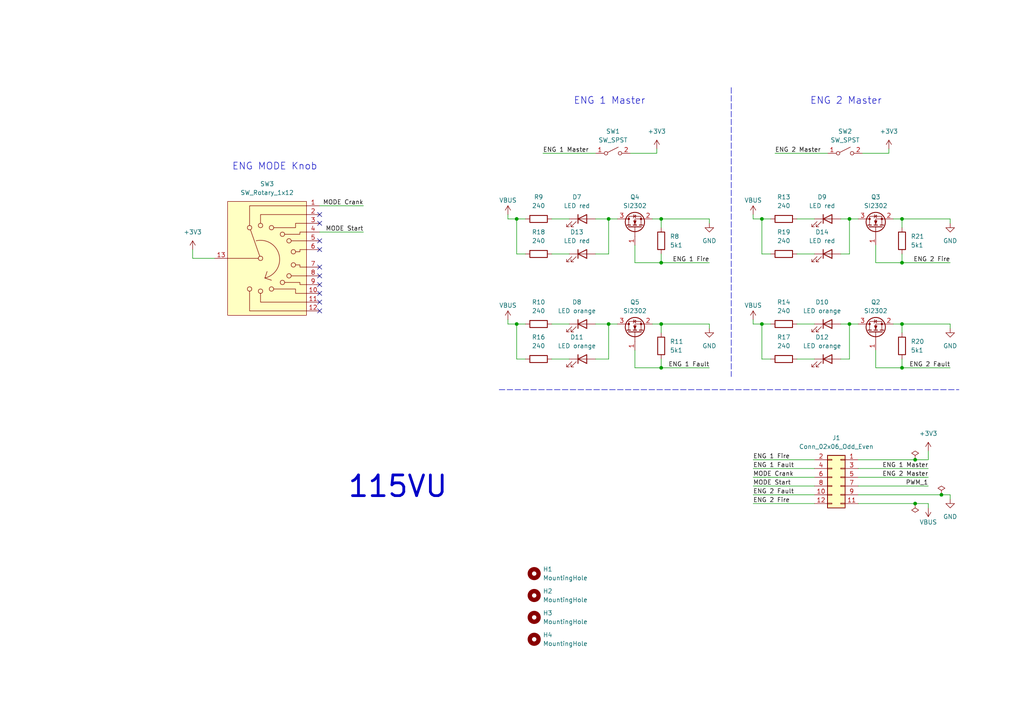
<source format=kicad_sch>
(kicad_sch (version 20231120) (generator "eeschema") (generator_version "8.0")
  (paper "A4")
  (title_block (rev "0.2"))
  (lib_symbols
    (symbol "Connector_Generic:Conn_02x06_Odd_Even" (pin_names (offset 1.016) hide)
      (property "Reference" "J" (at 1.27 7.62 0))
      (property "Value" "Conn_02x06_Odd_Even" (at 1.27 -10.16 0))
      (symbol "Conn_02x06_Odd_Even_1_1"
        (rectangle (start -1.27 -7.493) (end 0 -7.747) (stroke (width 0.1524)))
        (rectangle (start -1.27 -4.953) (end 0 -5.207) (stroke (width 0.1524)))
        (rectangle (start -1.27 -2.413) (end 0 -2.667) (stroke (width 0.1524)))
        (rectangle (start -1.27 0.127) (end 0 -0.127) (stroke (width 0.1524)))
        (rectangle (start -1.27 2.667) (end 0 2.413) (stroke (width 0.1524)))
        (rectangle (start -1.27 5.207) (end 0 4.953) (stroke (width 0.1524)))
        (rectangle (start -1.27 6.35) (end 3.81 -8.89) (stroke (width 0.254)) (fill (type background)))
        (rectangle (start 3.81 -7.493) (end 2.54 -7.747) (stroke (width 0.1524)))
        (rectangle (start 3.81 -4.953) (end 2.54 -5.207) (stroke (width 0.1524)))
        (rectangle (start 3.81 -2.413) (end 2.54 -2.667) (stroke (width 0.1524)))
        (rectangle (start 3.81 0.127) (end 2.54 -0.127) (stroke (width 0.1524)))
        (rectangle (start 3.81 2.667) (end 2.54 2.413) (stroke (width 0.1524)))
        (rectangle (start 3.81 5.207) (end 2.54 4.953) (stroke (width 0.1524)))
        (pin passive line (at -5.08 5.08 0) (length 3.81) (name "Pin_1") (number "1"))
        (pin passive line (at 7.62 -5.08 180) (length 3.81) (name "Pin_10") (number "10"))
        (pin passive line (at -5.08 -7.62 0) (length 3.81) (name "Pin_11") (number "11"))
        (pin passive line (at 7.62 -7.62 180) (length 3.81) (name "Pin_12") (number "12"))
        (pin passive line (at 7.62 5.08 180) (length 3.81) (name "Pin_2") (number "2"))
        (pin passive line (at -5.08 2.54 0) (length 3.81) (name "Pin_3") (number "3"))
        (pin passive line (at 7.62 2.54 180) (length 3.81) (name "Pin_4") (number "4"))
        (pin passive line (at -5.08 0 0) (length 3.81) (name "Pin_5") (number "5"))
        (pin passive line (at 7.62 0 180) (length 3.81) (name "Pin_6") (number "6"))
        (pin passive line (at -5.08 -2.54 0) (length 3.81) (name "Pin_7") (number "7"))
        (pin passive line (at 7.62 -2.54 180) (length 3.81) (name "Pin_8") (number "8"))
        (pin passive line (at -5.08 -5.08 0) (length 3.81) (name "Pin_9") (number "9"))
      )
    )
    (symbol "Device:LED" (pin_numbers hide) (pin_names (offset 1.016) hide)
      (property "Reference" "D" (at 0 2.54 0))
      (property "Value" "LED" (at 0 -2.54 0))
      (symbol "LED_0_1"
        (polyline (pts (xy -1.27 -1.27) (xy -1.27 1.27)) (stroke (width 0.254)))
        (polyline (pts (xy -1.27 0) (xy 1.27 0)))
        (polyline (pts (xy 1.27 -1.27) (xy 1.27 1.27) (xy -1.27 0) (xy 1.27 -1.27)) (stroke (width 0.254)))
        (polyline (pts (xy -3.048 -0.762) (xy -4.572 -2.286) (xy -3.81 -2.286) (xy -4.572 -2.286) (xy -4.572 -1.524)))
        (polyline (pts (xy -1.778 -0.762) (xy -3.302 -2.286) (xy -2.54 -2.286) (xy -3.302 -2.286) (xy -3.302 -1.524)))
      )
      (symbol "LED_1_1"
        (pin passive line (at -3.81 0 0) (length 2.54) (name "K") (number "1"))
        (pin passive line (at 3.81 0 180) (length 2.54) (name "A") (number "2"))
      )
    )
    (symbol "Device:R" (pin_numbers hide) (pin_names (offset 0))
      (property "Reference" "R" (at 2.032 0 90))
      (property "Value" "R" (at 0 0 90))
      (symbol "R_0_1"
        (rectangle (start -1.016 -2.54) (end 1.016 2.54) (stroke (width 0.254)))
      )
      (symbol "R_1_1"
        (pin passive line (at 0 3.81 270) (length 1.27) (name "~") (number "1"))
        (pin passive line (at 0 -3.81 90) (length 1.27) (name "~") (number "2"))
      )
    )
    (symbol "Mechanical:MountingHole" (pin_names (offset 1.016))
      (property "Reference" "H" (at 0 5.08 0))
      (property "Value" "MountingHole" (at 0 3.175 0))
      (symbol "MountingHole_0_1"
        (circle (center 0 0) (radius 1.27) (stroke (width 1.27)))
      )
    )
    (symbol "Switch:SW_Rotary_1x12" (pin_names (offset 1.016) hide)
      (property "Reference" "SW" (at 0 17.78 0))
      (property "Value" "SW_Rotary_1x12" (at 0 -17.78 0))
      (symbol "SW_Rotary_1x12_0_0"
        (circle (center -5.08 -8.89) (radius 0.635))
        (circle (center -5.08 8.89) (radius 0.635))
        (circle (center -1.905 -9.525) (radius 0.635))
        (circle (center -1.905 0) (radius 0.635))
        (circle (center -1.905 9.525) (radius 0.635))
        (arc (start -0.635 -5.715) (mid 3.4777 0.949) (end -3.175 5.08))
        (polyline (pts (xy -2.1336 0.6096) (xy -4.826 8.2804)))
        (polyline (pts (xy -0.635 -5.715) (xy 0 -3.81)))
        (polyline (pts (xy -0.635 -5.715) (xy 1.27 -6.35)))
        (polyline (pts (xy 6.985 -5.08) (xy 11.43 -5.08)))
        (polyline (pts (xy 6.985 5.08) (xy 11.43 5.08)))
        (polyline (pts (xy -5.08 -9.525) (xy -5.08 -15.24) (xy 11.43 -15.24)))
        (polyline (pts (xy -5.08 9.525) (xy -5.08 15.24) (xy 11.43 15.24)))
        (polyline (pts (xy -1.905 -10.16) (xy -1.905 -12.7) (xy 11.43 -12.7)))
        (polyline (pts (xy -1.905 10.16) (xy -1.905 12.7) (xy 11.43 12.7)))
        (polyline (pts (xy 1.905 -8.89) (xy 8.255 -8.89) (xy 8.255 -10.16) (xy 11.43 -10.16)))
        (polyline (pts (xy 1.905 8.89) (xy 8.255 8.89) (xy 8.255 10.16) (xy 11.43 10.16)))
        (polyline (pts (xy 5.08 -6.985) (xy 9.525 -6.985) (xy 9.525 -7.62) (xy 11.43 -7.62)))
        (polyline (pts (xy 5.08 6.985) (xy 9.525 6.985) (xy 9.525 7.62) (xy 11.43 7.62)))
        (polyline (pts (xy 8.255 -1.905) (xy 9.525 -1.905) (xy 9.525 -2.54) (xy 11.43 -2.54)))
        (polyline (pts (xy 8.255 1.905) (xy 9.525 1.905) (xy 9.525 2.54) (xy 11.43 2.54)))
        (circle (center 1.27 -8.89) (radius 0.635))
        (circle (center 1.27 8.89) (radius 0.635))
        (circle (center 4.445 -6.985) (radius 0.635))
        (circle (center 4.445 6.985) (radius 0.635))
        (circle (center 6.35 -5.08) (radius 0.635))
        (circle (center 6.35 5.08) (radius 0.635))
        (circle (center 7.62 -1.905) (radius 0.635))
        (circle (center 7.62 1.905) (radius 0.635))
      )
      (symbol "SW_Rotary_1x12_1_1"
        (rectangle (start -11.43 16.51) (end 11.43 -16.51) (fill (type background)))
        (polyline (pts (xy -11.43 0) (xy -2.54 0)))
        (pin passive line (at 15.24 15.24 180) (length 3.81) (name "1") (number "1"))
        (pin passive line (at 15.24 -10.16 180) (length 3.81) (name "10") (number "10"))
        (pin passive line (at 15.24 -12.7 180) (length 3.81) (name "11") (number "11"))
        (pin passive line (at 15.24 -15.24 180) (length 3.81) (name "12") (number "12"))
        (pin passive line (at -15.24 0 0) (length 3.81) (name "13") (number "13"))
        (pin passive line (at 15.24 12.7 180) (length 3.81) (name "2") (number "2"))
        (pin passive line (at 15.24 10.16 180) (length 3.81) (name "3") (number "3"))
        (pin passive line (at 15.24 7.62 180) (length 3.81) (name "4") (number "4"))
        (pin passive line (at 15.24 5.08 180) (length 3.81) (name "5") (number "5"))
        (pin passive line (at 15.24 2.54 180) (length 3.81) (name "6") (number "6"))
        (pin passive line (at 15.24 -2.54 180) (length 3.81) (name "7") (number "7"))
        (pin passive line (at 15.24 -5.08 180) (length 3.81) (name "8") (number "8"))
        (pin passive line (at 15.24 -7.62 180) (length 3.81) (name "9") (number "9"))
      )
    )
    (symbol "Switch:SW_SPST" (pin_names (offset 0) hide)
      (property "Reference" "SW" (at 0 3.175 0))
      (property "Value" "SW_SPST" (at 0 -2.54 0))
      (symbol "SW_SPST_0_0"
        (circle (center -2.032 0) (radius 0.508))
        (polyline (pts (xy -1.524 0.254) (xy 1.524 1.778)))
        (circle (center 2.032 0) (radius 0.508))
      )
      (symbol "SW_SPST_1_1"
        (pin passive line (at -5.08 0 0) (length 2.54) (name "A") (number "1"))
        (pin passive line (at 5.08 0 180) (length 2.54) (name "B") (number "2"))
      )
    )
    (symbol "Transistor_FET:2N7002K" (pin_names hide)
      (property "Reference" "Q" (at 5.08 1.905 0))
      (property "Value" "2N7002K" (at 5.08 0 0))
      (symbol "2N7002K_0_1"
        (polyline (pts (xy 0.254 0) (xy -2.54 0)))
        (polyline (pts (xy 0.254 1.905) (xy 0.254 -1.905)) (stroke (width 0.254)))
        (polyline (pts (xy 0.762 -1.27) (xy 0.762 -2.286)) (stroke (width 0.254)))
        (polyline (pts (xy 0.762 0.508) (xy 0.762 -0.508)) (stroke (width 0.254)))
        (polyline (pts (xy 0.762 2.286) (xy 0.762 1.27)) (stroke (width 0.254)))
        (polyline (pts (xy 2.54 2.54) (xy 2.54 1.778)))
        (polyline (pts (xy 2.54 -2.54) (xy 2.54 0) (xy 0.762 0)))
        (polyline (pts (xy 0.762 -1.778) (xy 3.302 -1.778) (xy 3.302 1.778) (xy 0.762 1.778)))
        (polyline (pts (xy 1.016 0) (xy 2.032 0.381) (xy 2.032 -0.381) (xy 1.016 0)) (fill (type outline)))
        (polyline (pts (xy 2.794 0.508) (xy 2.921 0.381) (xy 3.683 0.381) (xy 3.81 0.254)))
        (polyline (pts (xy 3.302 0.381) (xy 2.921 -0.254) (xy 3.683 -0.254) (xy 3.302 0.381)))
        (circle (center 1.651 0) (radius 2.794) (stroke (width 0.254)))
        (circle (center 2.54 -1.778) (radius 0.254) (fill (type outline)))
        (circle (center 2.54 1.778) (radius 0.254) (fill (type outline)))
      )
      (symbol "2N7002K_1_1"
        (pin input line (at -5.08 0 0) (length 2.54) (name "G") (number "1"))
        (pin passive line (at 2.54 -5.08 90) (length 2.54) (name "S") (number "2"))
        (pin passive line (at 2.54 5.08 270) (length 2.54) (name "D") (number "3"))
      )
    )
    (symbol "power:+3V3" (power) (pin_names (offset 0))
      (property "Value" "+3V3" (at 0 3.556 0))
      (symbol "+3V3_0_1"
        (polyline (pts (xy -0.762 1.27) (xy 0 2.54)))
        (polyline (pts (xy 0 0) (xy 0 2.54)))
        (polyline (pts (xy 0 2.54) (xy 0.762 1.27)))
      )
      (symbol "+3V3_1_1"
        (pin power_in line (at 0 0 90) (length 0) hide (name "+3V3") (number "1"))
      )
    )
    (symbol "power:GND" (power) (pin_names (offset 0))
      (property "Value" "GND" (at 0 -3.81 0))
      (symbol "GND_0_1"
        (polyline (pts (xy 0 0) (xy 0 -1.27) (xy 1.27 -1.27) (xy 0 -2.54) (xy -1.27 -1.27) (xy 0 -1.27)))
      )
      (symbol "GND_1_1"
        (pin power_in line (at 0 0 270) (length 0) hide (name "GND") (number "1"))
      )
    )
    (symbol "power:PWR_FLAG" (power) (pin_numbers hide) (pin_names (offset 0) hide)
      (property "Value" "PWR_FLAG" (at 0 3.81 0))
      (symbol "PWR_FLAG_0_0"
        (pin power_out line (at 0 0 90) (length 0) (name "pwr") (number "1"))
      )
      (symbol "PWR_FLAG_0_1"
        (polyline (pts (xy 0 0) (xy 0 1.27) (xy -1.016 1.905) (xy 0 2.54) (xy 1.016 1.905) (xy 0 1.27)))
      )
    )
    (symbol "power:VBUS" (power) (pin_names (offset 0))
      (property "Value" "VBUS" (at 0 3.81 0))
      (symbol "VBUS_0_1"
        (polyline (pts (xy -0.762 1.27) (xy 0 2.54)))
        (polyline (pts (xy 0 0) (xy 0 2.54)))
        (polyline (pts (xy 0 2.54) (xy 0.762 1.27)))
      )
      (symbol "VBUS_1_1"
        (pin power_in line (at 0 0 90) (length 0) hide (name "VBUS") (number "1"))
      )
    )
  )
  (junction (at 261.62 93.98))
  (junction (at 176.53 93.98))
  (junction (at 149.86 63.5))
  (junction (at 191.77 76.2))
  (junction (at 191.77 106.68))
  (junction (at 261.62 63.5))
  (junction (at 220.98 63.5))
  (junction (at 220.98 93.98))
  (junction (at 261.62 76.2))
  (junction (at 261.62 106.68))
  (junction (at 191.77 63.5))
  (junction (at 246.38 93.98))
  (junction (at 265.43 146.05))
  (junction (at 265.43 133.35))
  (junction (at 273.05 143.51))
  (junction (at 246.38 63.5))
  (junction (at 176.53 63.5))
  (junction (at 191.77 93.98))
  (junction (at 149.86 93.98))
  (no_connect (at 92.71 72.39))
  (no_connect (at 92.71 80.01))
  (no_connect (at 92.71 77.47))
  (no_connect (at 92.71 85.09))
  (no_connect (at 92.71 90.17))
  (no_connect (at 92.71 64.77))
  (no_connect (at 92.71 62.23))
  (no_connect (at 92.71 69.85))
  (no_connect (at 92.71 82.55))
  (no_connect (at 92.71 87.63))
  (wire (pts (xy 243.84 104.14) (xy 246.38 104.14)))
  (wire (pts (xy 275.59 93.98) (xy 261.62 93.98)))
  (wire (pts (xy 160.02 104.14) (xy 165.1 104.14)))
  (wire (pts (xy 160.02 93.98) (xy 165.1 93.98)))
  (wire (pts (xy 218.44 93.98) (xy 220.98 93.98)))
  (wire (pts (xy 218.44 140.97) (xy 236.22 140.97)))
  (wire (pts (xy 147.32 62.23) (xy 147.32 63.5)))
  (wire (pts (xy 205.74 93.98) (xy 191.77 93.98)))
  (wire (pts (xy 259.08 63.5) (xy 261.62 63.5)))
  (wire (pts (xy 191.77 76.2) (xy 205.74 76.2)))
  (wire (pts (xy 184.15 71.12) (xy 184.15 76.2)))
  (wire (pts (xy 220.98 93.98) (xy 220.98 104.14)))
  (wire (pts (xy 261.62 76.2) (xy 275.59 76.2)))
  (wire (pts (xy 248.92 143.51) (xy 273.05 143.51)))
  (wire (pts (xy 147.32 93.98) (xy 149.86 93.98)))
  (wire (pts (xy 218.44 146.05) (xy 236.22 146.05)))
  (wire (pts (xy 149.86 63.5) (xy 152.4 63.5)))
  (wire (pts (xy 184.15 101.6) (xy 184.15 106.68)))
  (wire (pts (xy 248.92 140.97) (xy 269.24 140.97)))
  (wire (pts (xy 149.86 93.98) (xy 152.4 93.98)))
  (wire (pts (xy 176.53 93.98) (xy 179.07 93.98)))
  (wire (pts (xy 205.74 64.77) (xy 205.74 63.5)))
  (wire (pts (xy 189.23 93.98) (xy 191.77 93.98)))
  (wire (pts (xy 92.71 59.69) (xy 105.41 59.69)))
  (wire (pts (xy 246.38 63.5) (xy 248.92 63.5)))
  (wire (pts (xy 265.43 146.05) (xy 269.24 146.05)))
  (wire (pts (xy 172.72 104.14) (xy 176.53 104.14)))
  (wire (pts (xy 218.44 62.23) (xy 218.44 63.5)))
  (wire (pts (xy 248.92 133.35) (xy 265.43 133.35)))
  (polyline (pts (xy 144.78 113.03) (xy 278.13 113.03)) (stroke (width 0) (type dash)))
  (wire (pts (xy 55.88 72.39) (xy 55.88 74.93)))
  (wire (pts (xy 205.74 63.5) (xy 191.77 63.5)))
  (wire (pts (xy 254 101.6) (xy 254 106.68)))
  (wire (pts (xy 176.53 63.5) (xy 172.72 63.5)))
  (wire (pts (xy 246.38 63.5) (xy 243.84 63.5)))
  (wire (pts (xy 275.59 63.5) (xy 261.62 63.5)))
  (wire (pts (xy 191.77 63.5) (xy 191.77 66.04)))
  (wire (pts (xy 147.32 92.71) (xy 147.32 93.98)))
  (wire (pts (xy 254 106.68) (xy 261.62 106.68)))
  (wire (pts (xy 243.84 73.66) (xy 246.38 73.66)))
  (wire (pts (xy 269.24 147.32) (xy 269.24 146.05)))
  (wire (pts (xy 55.88 74.93) (xy 62.23 74.93)))
  (wire (pts (xy 152.4 73.66) (xy 149.86 73.66)))
  (wire (pts (xy 269.24 130.81) (xy 269.24 133.35)))
  (wire (pts (xy 275.59 64.77) (xy 275.59 63.5)))
  (wire (pts (xy 92.71 67.31) (xy 105.41 67.31)))
  (wire (pts (xy 191.77 73.66) (xy 191.77 76.2)))
  (wire (pts (xy 231.14 93.98) (xy 236.22 93.98)))
  (wire (pts (xy 218.44 92.71) (xy 218.44 93.98)))
  (wire (pts (xy 218.44 138.43) (xy 236.22 138.43)))
  (wire (pts (xy 218.44 135.89) (xy 236.22 135.89)))
  (wire (pts (xy 152.4 104.14) (xy 149.86 104.14)))
  (wire (pts (xy 261.62 93.98) (xy 261.62 96.52)))
  (wire (pts (xy 191.77 93.98) (xy 191.77 96.52)))
  (wire (pts (xy 160.02 73.66) (xy 165.1 73.66)))
  (wire (pts (xy 248.92 135.89) (xy 269.24 135.89)))
  (wire (pts (xy 184.15 76.2) (xy 191.77 76.2)))
  (wire (pts (xy 220.98 63.5) (xy 220.98 73.66)))
  (wire (pts (xy 231.14 104.14) (xy 236.22 104.14)))
  (wire (pts (xy 275.59 143.51) (xy 275.59 144.78)))
  (wire (pts (xy 273.05 143.51) (xy 275.59 143.51)))
  (wire (pts (xy 254 71.12) (xy 254 76.2)))
  (wire (pts (xy 248.92 138.43) (xy 269.24 138.43)))
  (wire (pts (xy 231.14 73.66) (xy 236.22 73.66)))
  (polyline (pts (xy 212.09 25.4) (xy 212.09 109.22)) (stroke (width 0) (type dash)))
  (wire (pts (xy 218.44 133.35) (xy 236.22 133.35)))
  (wire (pts (xy 157.48 44.45) (xy 172.72 44.45)))
  (wire (pts (xy 246.38 93.98) (xy 248.92 93.98)))
  (wire (pts (xy 275.59 95.25) (xy 275.59 93.98)))
  (wire (pts (xy 176.53 63.5) (xy 179.07 63.5)))
  (wire (pts (xy 265.43 133.35) (xy 269.24 133.35)))
  (wire (pts (xy 231.14 63.5) (xy 236.22 63.5)))
  (wire (pts (xy 224.79 44.45) (xy 240.03 44.45)))
  (wire (pts (xy 220.98 63.5) (xy 223.52 63.5)))
  (wire (pts (xy 176.53 93.98) (xy 172.72 93.98)))
  (wire (pts (xy 254 76.2) (xy 261.62 76.2)))
  (wire (pts (xy 218.44 143.51) (xy 236.22 143.51)))
  (wire (pts (xy 182.88 44.45) (xy 190.5 44.45)))
  (wire (pts (xy 261.62 104.14) (xy 261.62 106.68)))
  (wire (pts (xy 257.81 43.18) (xy 257.81 44.45)))
  (wire (pts (xy 205.74 95.25) (xy 205.74 93.98)))
  (wire (pts (xy 259.08 93.98) (xy 261.62 93.98)))
  (wire (pts (xy 176.53 93.98) (xy 176.53 104.14)))
  (wire (pts (xy 149.86 63.5) (xy 149.86 73.66)))
  (wire (pts (xy 250.19 44.45) (xy 257.81 44.45)))
  (wire (pts (xy 176.53 63.5) (xy 176.53 73.66)))
  (wire (pts (xy 147.32 63.5) (xy 149.86 63.5)))
  (wire (pts (xy 261.62 73.66) (xy 261.62 76.2)))
  (wire (pts (xy 246.38 63.5) (xy 246.38 73.66)))
  (wire (pts (xy 223.52 73.66) (xy 220.98 73.66)))
  (wire (pts (xy 246.38 93.98) (xy 243.84 93.98)))
  (wire (pts (xy 160.02 63.5) (xy 165.1 63.5)))
  (wire (pts (xy 191.77 106.68) (xy 205.74 106.68)))
  (wire (pts (xy 261.62 106.68) (xy 275.59 106.68)))
  (wire (pts (xy 191.77 104.14) (xy 191.77 106.68)))
  (wire (pts (xy 184.15 106.68) (xy 191.77 106.68)))
  (wire (pts (xy 246.38 93.98) (xy 246.38 104.14)))
  (wire (pts (xy 261.62 63.5) (xy 261.62 66.04)))
  (wire (pts (xy 223.52 104.14) (xy 220.98 104.14)))
  (wire (pts (xy 172.72 73.66) (xy 176.53 73.66)))
  (wire (pts (xy 149.86 93.98) (xy 149.86 104.14)))
  (wire (pts (xy 190.5 43.18) (xy 190.5 44.45)))
  (wire (pts (xy 248.92 146.05) (xy 265.43 146.05)))
  (wire (pts (xy 218.44 63.5) (xy 220.98 63.5)))
  (wire (pts (xy 189.23 63.5) (xy 191.77 63.5)))
  (wire (pts (xy 220.98 93.98) (xy 223.52 93.98)))
  (text "ENG 1 Master" (at 166.37 30.48 0) (effects (font (size 2 2)) (justify left bottom)))
  (text "ENG MODE Knob" (at 67.31 49.53 0) (effects (font (size 2 2)) (justify left bottom)))
  (text "115VU" (at 100.584 144.78 0) (effects (font (size 6 6) (thickness 0.8) (bold yes)) (justify left bottom)))
  (text "ENG 2 Master" (at 234.95 30.48 0) (effects (font (size 2 2)) (justify left bottom)))
  (label "ENG 1 Fault" (at 218.44 135.89 0))
  (label "PWM_1" (at 269.24 140.97 180))
  (label "MODE Crank" (at 105.41 59.69 180))
  (label "ENG 1 Master" (at 269.24 135.89 180))
  (label "ENG 2 Fault" (at 218.44 143.51 0))
  (label "ENG 1 Master" (at 157.48 44.45 0))
  (label "ENG 2 Master" (at 224.79 44.45 0))
  (label "MODE Start" (at 218.44 140.97 0))
  (label "ENG 2 Fault" (at 275.59 106.68 180))
  (label "ENG 2 Fire" (at 218.44 146.05 0))
  (label "MODE Start" (at 105.41 67.31 180))
  (label "ENG 2 Master" (at 269.24 138.43 180))
  (label "ENG 1 Fire" (at 218.44 133.35 0))
  (label "MODE Crank" (at 218.44 138.43 0))
  (label "ENG 1 Fire" (at 205.74 76.2 180))
  (label "ENG 2 Fire" (at 275.59 76.2 180))
  (label "ENG 1 Fault" (at 205.74 106.68 180))
  (symbol (lib_id "power:PWR_FLAG") (at 265.43 146.05 180) (unit 1)
    (property "Reference" "#FLG02" (effects (hide yes)))
    (property "Value" "PWR_FLAG" (effects (hide yes)))
  )
  (symbol (lib_id "Device:R") (at 156.21 63.5 90) (unit 1)
    (property "Reference" "R9" (at 156.21 57.15 90))
    (property "Value" "240" (at 156.21 59.69 90))
    (property "Footprint" "Resistor_SMD:R_0805_2012Metric" (effects (hide yes)))
    (property "Datasheet" "https://www.lcsc.com/datasheet/lcsc_datasheet_2206010200_UNI-ROYAL-Uniroyal-Elec-0805W8F2400T5E_C17572.pdf" (effects (hide yes)))
    (property "JLCPCB Part" "C17572" (effects (hide yes)))
    (property "Manufracturer" "UNI-ROYAL(Uniroyal Elec)" (effects (hide yes)))
    (property "Manufracturer Part Number" "0805W8F1000T5E" (effects (hide yes)))
  )
  (symbol (lib_id "Device:LED") (at 240.03 93.98 0) (unit 1)
    (property "Reference" "D10" (at 238.4425 87.63 0))
    (property "Value" "LED orange" (at 238.4425 90.17 0))
    (property "Footprint" "LED_SMD:LED_0603_1608Metric" (effects (hide yes)))
    (property "Datasheet" "https://datasheet.lcsc.com/lcsc/1810201530_BrtLed-Bright-LED-Elec-BL-HKC36G-AV-TRB_C165981.pdf" (effects (hide yes)))
    (property "JLCPCB Part" "C165981" (effects (hide yes)))
    (property "Manufracturer" "BrtLed(Bright LED Elec)" (effects (hide yes)))
    (property "Manufracturer Part Number" "BL-HKC36G-AV-TRB" (effects (hide yes)))
  )
  (symbol (lib_id "Connector_Generic:Conn_02x06_Odd_Even") (at 243.84 138.43 0) (mirror y) (unit 1)
    (property "Reference" "J1" (at 242.57 127 0))
    (property "Value" "Conn_02x06_Odd_Even" (at 242.57 129.54 0))
    (property "Footprint" "Connector_IDC:IDC-Header_2x06_P2.54mm_Vertical" (effects (hide yes)))
  )
  (symbol (lib_id "Device:R") (at 227.33 63.5 90) (unit 1)
    (property "Reference" "R13" (at 227.33 57.15 90))
    (property "Value" "240" (at 227.33 59.69 90))
    (property "Footprint" "Resistor_SMD:R_0805_2012Metric" (effects (hide yes)))
    (property "Datasheet" "https://www.lcsc.com/datasheet/lcsc_datasheet_2206010200_UNI-ROYAL-Uniroyal-Elec-0805W8F2400T5E_C17572.pdf" (effects (hide yes)))
    (property "JLCPCB Part" "C17572" (effects (hide yes)))
    (property "Manufracturer" "UNI-ROYAL(Uniroyal Elec)" (effects (hide yes)))
    (property "Manufracturer Part Number" "0805W8F1000T5E" (effects (hide yes)))
  )
  (symbol (lib_id "Mechanical:MountingHole") (at 154.94 185.42 0) (unit 1) (in_bom no)
    (property "Reference" "H4" (at 157.48 184.15 0) (effects (justify left)))
    (property "Value" "MountingHole" (at 157.48 186.69 0) (effects (justify left)))
    (property "Footprint" "MountingHole:MountingHole_2.2mm_M2" (effects (hide yes)))
  )
  (symbol (lib_id "Device:LED") (at 168.91 104.14 0) (unit 1)
    (property "Reference" "D11" (at 167.3225 97.79 0))
    (property "Value" "LED orange" (at 167.3225 100.33 0))
    (property "Footprint" "LED_SMD:LED_0603_1608Metric" (effects (hide yes)))
    (property "Datasheet" "https://datasheet.lcsc.com/lcsc/1810201530_BrtLed-Bright-LED-Elec-BL-HKC36G-AV-TRB_C165981.pdf" (effects (hide yes)))
    (property "JLCPCB Part" "C165981" (effects (hide yes)))
    (property "Manufracturer" "BrtLed(Bright LED Elec)" (effects (hide yes)))
    (property "Manufracturer Part Number" "BL-HKC36G-AV-TRB" (effects (hide yes)))
  )
  (symbol (lib_id "Transistor_FET:2N7002K") (at 184.15 96.52 90) (unit 1)
    (property "Reference" "Q5" (at 184.15 87.63 90))
    (property "Value" "SI2302" (at 184.15 90.17 90))
    (property "Footprint" "Package_TO_SOT_SMD:SOT-23-3" (effects (hide yes)))
    (property "Datasheet" "https://www.lcsc.com/datasheet/lcsc_datasheet_2109011130_YONGYUTAI-SI2302_C2891732.pdf" (effects (hide yes)))
    (property "Manufracturer" "YONGYUTAI" (effects (hide yes)))
    (property "Manufracturer Part Number" "SI2302" (effects (hide yes)))
    (property "JLCPCB Part" "C2891732" (effects (hide yes)))
  )
  (symbol (lib_id "power:VBUS") (at 218.44 62.23 0) (unit 1)
    (property "Reference" "#PWR019" (effects (hide yes)))
    (property "Value" "VBUS" (at 218.44 58.0969 0))
  )
  (symbol (lib_id "Switch:SW_Rotary_1x12") (at 77.47 74.93 0) (unit 1)
    (property "Reference" "SW3" (at 77.47 53.34 0))
    (property "Value" "SW_Rotary_1x12" (at 77.47 55.88 0))
    (property "Footprint" "NiasStuff:C&K_Rotary_Switches" (effects (hide yes)))
    (property "Datasheet" "https://www.mouser.de/datasheet/2/240/arotary-3050724.pdf" (effects (hide yes)))
    (property "JLCPCB Part" "N/A" (effects (hide yes)))
    (property "Manufracturer" "C&K" (effects (hide yes)))
    (property "Manufracturer Part Number" "A12505RNZQ " (effects (hide yes)))
  )
  (symbol (lib_id "Transistor_FET:2N7002K") (at 254 96.52 90) (unit 1)
    (property "Reference" "Q2" (at 254 87.63 90))
    (property "Value" "SI2302" (at 254 90.17 90))
    (property "Footprint" "Package_TO_SOT_SMD:SOT-23-3" (effects (hide yes)))
    (property "Datasheet" "https://www.lcsc.com/datasheet/lcsc_datasheet_2109011130_YONGYUTAI-SI2302_C2891732.pdf" (effects (hide yes)))
    (property "Manufracturer" "YONGYUTAI" (effects (hide yes)))
    (property "Manufracturer Part Number" "SI2302" (effects (hide yes)))
    (property "JLCPCB Part" "C2891732" (effects (hide yes)))
  )
  (symbol (lib_id "power:VBUS") (at 147.32 92.71 0) (unit 1)
    (property "Reference" "#PWR09" (effects (hide yes)))
    (property "Value" "VBUS" (at 147.32 88.5769 0))
  )
  (symbol (lib_id "Device:R") (at 191.77 100.33 180) (unit 1)
    (property "Reference" "R11" (at 194.31 99.06 0) (effects (justify right)))
    (property "Value" "5k1" (at 194.31 101.6 0) (effects (justify right)))
    (property "Footprint" "Resistor_SMD:R_0603_1608Metric" (effects (hide yes)))
    (property "Datasheet" "https://www.lcsc.com/datasheet/lcsc_datasheet_2206010116_UNI-ROYAL-Uniroyal-Elec-0603WAF5101T5E_C23186.pdf" (effects (hide yes)))
    (property "JLCPCB Part" "C23186" (effects (hide yes)))
    (property "Manufracturer" "UNI-ROYAL(Uniroyal Elec)" (effects (hide yes)))
    (property "Manufracturer Part Number" "0603WAF5101T5E" (effects (hide yes)))
  )
  (symbol (lib_id "Switch:SW_SPST") (at 245.11 44.45 0) (unit 1)
    (property "Reference" "SW2" (at 245.11 38.1 0))
    (property "Value" "SW_SPST" (at 245.11 40.64 0))
    (property "Footprint" "NiasStuff:SW_SPDT_YUEN-FUNG_MT-0-102-A101-M200-RS" (effects (hide yes)))
    (property "Datasheet" "https://www.lcsc.com/datasheet/lcsc_datasheet_2307200931_YUEN-FUNG-MT-0-102-A101-M200-RS_C1788492.pdf" (effects (hide yes)))
    (property "JLCPCB Part" "C1788492" (effects (hide yes)))
    (property "Manufracturer" "YUEN FUNG" (effects (hide yes)))
    (property "Manufracturer Part Number" "MT-0-102-A101-M200-RS" (effects (hide yes)))
  )
  (symbol (lib_id "power:+3V3") (at 269.24 130.81 0) (unit 1)
    (property "Reference" "#PWR03" (effects (hide yes)))
    (property "Value" "+3V3" (at 269.24 125.73 0))
  )
  (symbol (lib_id "power:VBUS") (at 269.24 147.32 180) (unit 1)
    (property "Reference" "#PWR04" (effects (hide yes)))
    (property "Value" "VBUS" (at 269.24 151.4531 0))
  )
  (symbol (lib_id "Device:LED") (at 240.03 63.5 0) (unit 1)
    (property "Reference" "D9" (at 238.4425 57.15 0))
    (property "Value" "LED red" (at 238.4425 59.69 0))
    (property "Footprint" "LED_SMD:LED_0603_1608Metric" (effects (hide yes)))
    (property "Datasheet" "https://datasheet.lcsc.com/lcsc/1811131213_BrtLed-Bright-LED-Elec-BL-HUB36G-AV-TRB_C94743.pdf" (effects (hide yes)))
    (property "JLCPCB Part" "C94743" (effects (hide yes)))
    (property "Manufracturer" "BrtLed(Bright LED Elec)" (effects (hide yes)))
    (property "Manufracturer Part Number" "BL-HUB36G-AV-TRB" (effects (hide yes)))
  )
  (symbol (lib_id "Device:R") (at 261.62 69.85 180) (unit 1)
    (property "Reference" "R21" (at 264.16 68.58 0) (effects (justify right)))
    (property "Value" "5k1" (at 264.16 71.12 0) (effects (justify right)))
    (property "Footprint" "Resistor_SMD:R_0603_1608Metric" (effects (hide yes)))
    (property "Datasheet" "https://www.lcsc.com/datasheet/lcsc_datasheet_2206010116_UNI-ROYAL-Uniroyal-Elec-0603WAF5101T5E_C23186.pdf" (effects (hide yes)))
    (property "JLCPCB Part" "C23186" (effects (hide yes)))
    (property "Manufracturer" "UNI-ROYAL(Uniroyal Elec)" (effects (hide yes)))
    (property "Manufracturer Part Number" "0603WAF5101T5E" (effects (hide yes)))
  )
  (symbol (lib_id "power:+3V3") (at 257.81 43.18 0) (unit 1)
    (property "Reference" "#PWR015" (effects (hide yes)))
    (property "Value" "+3V3" (at 257.81 38.1 0))
  )
  (symbol (lib_id "power:GND") (at 275.59 95.25 0) (unit 1)
    (property "Reference" "#PWR018" (effects (hide yes)))
    (property "Value" "GND" (at 275.59 100.33 0))
  )
  (symbol (lib_id "Mechanical:MountingHole") (at 154.94 166.37 0) (unit 1) (in_bom no)
    (property "Reference" "H1" (at 157.48 165.1 0) (effects (justify left)))
    (property "Value" "MountingHole" (at 157.48 167.64 0) (effects (justify left)))
    (property "Footprint" "MountingHole:MountingHole_2.2mm_M2" (effects (hide yes)))
  )
  (symbol (lib_id "Device:R") (at 227.33 73.66 90) (unit 1)
    (property "Reference" "R19" (at 227.33 67.31 90))
    (property "Value" "240" (at 227.33 69.85 90))
    (property "Footprint" "Resistor_SMD:R_0805_2012Metric" (effects (hide yes)))
    (property "Datasheet" "https://www.lcsc.com/datasheet/lcsc_datasheet_2206010200_UNI-ROYAL-Uniroyal-Elec-0805W8F2400T5E_C17572.pdf" (effects (hide yes)))
    (property "JLCPCB Part" "C17572" (effects (hide yes)))
    (property "Manufracturer" "UNI-ROYAL(Uniroyal Elec)" (effects (hide yes)))
    (property "Manufracturer Part Number" "0805W8F1000T5E" (effects (hide yes)))
  )
  (symbol (lib_id "power:GND") (at 205.74 95.25 0) (unit 1)
    (property "Reference" "#PWR08" (effects (hide yes)))
    (property "Value" "GND" (at 205.74 100.33 0))
  )
  (symbol (lib_id "Mechanical:MountingHole") (at 154.94 172.72 0) (unit 1) (in_bom no)
    (property "Reference" "H2" (at 157.48 171.45 0) (effects (justify left)))
    (property "Value" "MountingHole" (at 157.48 173.99 0) (effects (justify left)))
    (property "Footprint" "MountingHole:MountingHole_2.2mm_M2" (effects (hide yes)))
  )
  (symbol (lib_id "Device:R") (at 227.33 93.98 90) (unit 1)
    (property "Reference" "R14" (at 227.33 87.63 90))
    (property "Value" "240" (at 227.33 90.17 90))
    (property "Footprint" "Resistor_SMD:R_0805_2012Metric" (effects (hide yes)))
    (property "Datasheet" "https://www.lcsc.com/datasheet/lcsc_datasheet_2206010200_UNI-ROYAL-Uniroyal-Elec-0805W8F2400T5E_C17572.pdf" (effects (hide yes)))
    (property "JLCPCB Part" "C17572" (effects (hide yes)))
    (property "Manufracturer" "UNI-ROYAL(Uniroyal Elec)" (effects (hide yes)))
    (property "Manufracturer Part Number" "0805W8F1000T5E" (effects (hide yes)))
  )
  (symbol (lib_id "power:VBUS") (at 218.44 92.71 0) (unit 1)
    (property "Reference" "#PWR014" (effects (hide yes)))
    (property "Value" "VBUS" (at 218.44 88.5769 0))
  )
  (symbol (lib_id "power:+3V3") (at 55.88 72.39 0) (unit 1)
    (property "Reference" "#PWR011" (effects (hide yes)))
    (property "Value" "+3V3" (at 55.88 67.31 0))
  )
  (symbol (lib_id "Device:R") (at 156.21 104.14 90) (unit 1)
    (property "Reference" "R16" (at 156.21 97.79 90))
    (property "Value" "240" (at 156.21 100.33 90))
    (property "Footprint" "Resistor_SMD:R_0805_2012Metric" (effects (hide yes)))
    (property "Datasheet" "https://www.lcsc.com/datasheet/lcsc_datasheet_2206010200_UNI-ROYAL-Uniroyal-Elec-0805W8F2400T5E_C17572.pdf" (effects (hide yes)))
    (property "JLCPCB Part" "C17572" (effects (hide yes)))
    (property "Manufracturer" "UNI-ROYAL(Uniroyal Elec)" (effects (hide yes)))
    (property "Manufracturer Part Number" "0805W8F1000T5E" (effects (hide yes)))
  )
  (symbol (lib_id "power:PWR_FLAG") (at 273.05 143.51 0) (unit 1)
    (property "Reference" "#FLG03" (effects (hide yes)))
    (property "Value" "PWR_FLAG" (effects (hide yes)))
  )
  (symbol (lib_id "Switch:SW_SPST") (at 177.8 44.45 0) (unit 1)
    (property "Reference" "SW1" (at 177.8 38.1 0))
    (property "Value" "SW_SPST" (at 177.8 40.64 0))
    (property "Footprint" "NiasStuff:SW_SPDT_YUEN-FUNG_MT-0-102-A101-M200-RS" (effects (hide yes)))
    (property "Datasheet" "https://www.lcsc.com/datasheet/lcsc_datasheet_2307200931_YUEN-FUNG-MT-0-102-A101-M200-RS_C1788492.pdf" (effects (hide yes)))
    (property "JLCPCB Part" "C1788492" (effects (hide yes)))
    (property "Manufracturer" "YUEN FUNG" (effects (hide yes)))
    (property "Manufracturer Part Number" "MT-0-102-A101-M200-RS" (effects (hide yes)))
  )
  (symbol (lib_id "Device:R") (at 191.77 69.85 180) (unit 1)
    (property "Reference" "R8" (at 194.31 68.58 0) (effects (justify right)))
    (property "Value" "5k1" (at 194.31 71.12 0) (effects (justify right)))
    (property "Footprint" "Resistor_SMD:R_0603_1608Metric" (effects (hide yes)))
    (property "Datasheet" "https://www.lcsc.com/datasheet/lcsc_datasheet_2206010116_UNI-ROYAL-Uniroyal-Elec-0603WAF5101T5E_C23186.pdf" (effects (hide yes)))
    (property "JLCPCB Part" "C23186" (effects (hide yes)))
    (property "Manufracturer" "UNI-ROYAL(Uniroyal Elec)" (effects (hide yes)))
    (property "Manufracturer Part Number" "0603WAF5101T5E" (effects (hide yes)))
  )
  (symbol (lib_id "Device:R") (at 261.62 100.33 180) (unit 1)
    (property "Reference" "R20" (at 264.16 99.06 0) (effects (justify right)))
    (property "Value" "5k1" (at 264.16 101.6 0) (effects (justify right)))
    (property "Footprint" "Resistor_SMD:R_0603_1608Metric" (effects (hide yes)))
    (property "Datasheet" "https://www.lcsc.com/datasheet/lcsc_datasheet_2206010116_UNI-ROYAL-Uniroyal-Elec-0603WAF5101T5E_C23186.pdf" (effects (hide yes)))
    (property "JLCPCB Part" "C23186" (effects (hide yes)))
    (property "Manufracturer" "UNI-ROYAL(Uniroyal Elec)" (effects (hide yes)))
    (property "Manufracturer Part Number" "0603WAF5101T5E" (effects (hide yes)))
  )
  (symbol (lib_id "power:VBUS") (at 147.32 62.23 0) (unit 1)
    (property "Reference" "#PWR07" (effects (hide yes)))
    (property "Value" "VBUS" (at 147.32 58.0969 0))
  )
  (symbol (lib_id "Transistor_FET:2N7002K") (at 184.15 66.04 90) (unit 1)
    (property "Reference" "Q4" (at 184.15 57.15 90))
    (property "Value" "SI2302" (at 184.15 59.69 90))
    (property "Footprint" "Package_TO_SOT_SMD:SOT-23-3" (effects (hide yes)))
    (property "Datasheet" "https://www.lcsc.com/datasheet/lcsc_datasheet_2109011130_YONGYUTAI-SI2302_C2891732.pdf" (effects (hide yes)))
    (property "Manufracturer" "YONGYUTAI" (effects (hide yes)))
    (property "Manufracturer Part Number" "SI2302" (effects (hide yes)))
    (property "JLCPCB Part" "C2891732" (effects (hide yes)))
  )
  (symbol (lib_id "Device:LED") (at 168.91 63.5 0) (unit 1)
    (property "Reference" "D7" (at 167.3225 57.15 0))
    (property "Value" "LED red" (at 167.3225 59.69 0))
    (property "Footprint" "LED_SMD:LED_0603_1608Metric" (effects (hide yes)))
    (property "Datasheet" "https://datasheet.lcsc.com/lcsc/1811131213_BrtLed-Bright-LED-Elec-BL-HUB36G-AV-TRB_C94743.pdf" (effects (hide yes)))
    (property "JLCPCB Part" "C94743" (effects (hide yes)))
    (property "Manufracturer" "BrtLed(Bright LED Elec)" (effects (hide yes)))
    (property "Manufracturer Part Number" "BL-HUB36G-AV-TRB" (effects (hide yes)))
  )
  (symbol (lib_id "power:PWR_FLAG") (at 265.43 133.35 0) (unit 1)
    (property "Reference" "#FLG01" (effects (hide yes)))
    (property "Value" "PWR_FLAG" (effects (hide yes)))
  )
  (symbol (lib_id "Device:LED") (at 168.91 73.66 0) (unit 1)
    (property "Reference" "D13" (at 167.3225 67.31 0))
    (property "Value" "LED red" (at 167.3225 69.85 0))
    (property "Footprint" "LED_SMD:LED_0603_1608Metric" (effects (hide yes)))
    (property "Datasheet" "https://datasheet.lcsc.com/lcsc/1811131213_BrtLed-Bright-LED-Elec-BL-HUB36G-AV-TRB_C94743.pdf" (effects (hide yes)))
    (property "JLCPCB Part" "C94743" (effects (hide yes)))
    (property "Manufracturer" "BrtLed(Bright LED Elec)" (effects (hide yes)))
    (property "Manufracturer Part Number" "BL-HUB36G-AV-TRB" (effects (hide yes)))
  )
  (symbol (lib_id "power:+3V3") (at 190.5 43.18 0) (unit 1)
    (property "Reference" "#PWR010" (effects (hide yes)))
    (property "Value" "+3V3" (at 190.5 38.1 0))
  )
  (symbol (lib_id "Device:R") (at 227.33 104.14 90) (unit 1)
    (property "Reference" "R17" (at 227.33 97.79 90))
    (property "Value" "240" (at 227.33 100.33 90))
    (property "Footprint" "Resistor_SMD:R_0805_2012Metric" (effects (hide yes)))
    (property "Datasheet" "https://www.lcsc.com/datasheet/lcsc_datasheet_2206010200_UNI-ROYAL-Uniroyal-Elec-0805W8F2400T5E_C17572.pdf" (effects (hide yes)))
    (property "JLCPCB Part" "C17572" (effects (hide yes)))
    (property "Manufracturer" "UNI-ROYAL(Uniroyal Elec)" (effects (hide yes)))
    (property "Manufracturer Part Number" "0805W8F1000T5E" (effects (hide yes)))
  )
  (symbol (lib_id "Device:LED") (at 240.03 73.66 0) (unit 1)
    (property "Reference" "D14" (at 238.4425 67.31 0))
    (property "Value" "LED red" (at 238.4425 69.85 0))
    (property "Footprint" "LED_SMD:LED_0603_1608Metric" (effects (hide yes)))
    (property "Datasheet" "https://datasheet.lcsc.com/lcsc/1811131213_BrtLed-Bright-LED-Elec-BL-HUB36G-AV-TRB_C94743.pdf" (effects (hide yes)))
    (property "JLCPCB Part" "C94743" (effects (hide yes)))
    (property "Manufracturer" "BrtLed(Bright LED Elec)" (effects (hide yes)))
    (property "Manufracturer Part Number" "BL-HUB36G-AV-TRB" (effects (hide yes)))
  )
  (symbol (lib_id "power:GND") (at 205.74 64.77 0) (unit 1)
    (property "Reference" "#PWR06" (effects (hide yes)))
    (property "Value" "GND" (at 205.74 69.85 0))
  )
  (symbol (lib_id "power:GND") (at 275.59 64.77 0) (unit 1)
    (property "Reference" "#PWR013" (effects (hide yes)))
    (property "Value" "GND" (at 275.59 69.85 0))
  )
  (symbol (lib_id "Device:R") (at 156.21 93.98 90) (unit 1)
    (property "Reference" "R10" (at 156.21 87.63 90))
    (property "Value" "240" (at 156.21 90.17 90))
    (property "Footprint" "Resistor_SMD:R_0805_2012Metric" (effects (hide yes)))
    (property "Datasheet" "https://www.lcsc.com/datasheet/lcsc_datasheet_2206010200_UNI-ROYAL-Uniroyal-Elec-0805W8F2400T5E_C17572.pdf" (effects (hide yes)))
    (property "JLCPCB Part" "C17572" (effects (hide yes)))
    (property "Manufracturer" "UNI-ROYAL(Uniroyal Elec)" (effects (hide yes)))
    (property "Manufracturer Part Number" "0805W8F1000T5E" (effects (hide yes)))
  )
  (symbol (lib_id "power:GND") (at 275.59 144.78 0) (unit 1)
    (property "Reference" "#PWR05" (effects (hide yes)))
    (property "Value" "GND" (at 275.59 149.86 0))
  )
  (symbol (lib_id "Device:LED") (at 168.91 93.98 0) (unit 1)
    (property "Reference" "D8" (at 167.3225 87.63 0))
    (property "Value" "LED orange" (at 167.3225 90.17 0))
    (property "Footprint" "LED_SMD:LED_0603_1608Metric" (effects (hide yes)))
    (property "Datasheet" "https://datasheet.lcsc.com/lcsc/1810201530_BrtLed-Bright-LED-Elec-BL-HKC36G-AV-TRB_C165981.pdf" (effects (hide yes)))
    (property "JLCPCB Part" "C165981" (effects (hide yes)))
    (property "Manufracturer" "BrtLed(Bright LED Elec)" (effects (hide yes)))
    (property "Manufracturer Part Number" "BL-HKC36G-AV-TRB" (effects (hide yes)))
  )
  (symbol (lib_id "Mechanical:MountingHole") (at 154.94 179.07 0) (unit 1) (in_bom no)
    (property "Reference" "H3" (at 157.48 177.8 0) (effects (justify left)))
    (property "Value" "MountingHole" (at 157.48 180.34 0) (effects (justify left)))
    (property "Footprint" "MountingHole:MountingHole_2.2mm_M2" (effects (hide yes)))
  )
  (symbol (lib_id "Device:R") (at 156.21 73.66 90) (unit 1)
    (property "Reference" "R18" (at 156.21 67.31 90))
    (property "Value" "240" (at 156.21 69.85 90))
    (property "Footprint" "Resistor_SMD:R_0805_2012Metric" (effects (hide yes)))
    (property "Datasheet" "https://www.lcsc.com/datasheet/lcsc_datasheet_2206010200_UNI-ROYAL-Uniroyal-Elec-0805W8F2400T5E_C17572.pdf" (effects (hide yes)))
    (property "JLCPCB Part" "C17572" (effects (hide yes)))
    (property "Manufracturer" "UNI-ROYAL(Uniroyal Elec)" (effects (hide yes)))
    (property "Manufracturer Part Number" "0805W8F1000T5E" (effects (hide yes)))
  )
  (symbol (lib_id "Transistor_FET:2N7002K") (at 254 66.04 90) (unit 1)
    (property "Reference" "Q3" (at 254 57.15 90))
    (property "Value" "SI2302" (at 254 59.69 90))
    (property "Footprint" "Package_TO_SOT_SMD:SOT-23-3" (effects (hide yes)))
    (property "Datasheet" "https://www.lcsc.com/datasheet/lcsc_datasheet_2109011130_YONGYUTAI-SI2302_C2891732.pdf" (effects (hide yes)))
    (property "Manufracturer" "YONGYUTAI" (effects (hide yes)))
    (property "Manufracturer Part Number" "SI2302" (effects (hide yes)))
    (property "JLCPCB Part" "C2891732" (effects (hide yes)))
  )
  (symbol (lib_id "Device:LED") (at 240.03 104.14 0) (unit 1)
    (property "Reference" "D12" (at 238.4425 97.79 0))
    (property "Value" "LED orange" (at 238.4425 100.33 0))
    (property "Footprint" "LED_SMD:LED_0603_1608Metric" (effects (hide yes)))
    (property "Datasheet" "https://datasheet.lcsc.com/lcsc/1810201530_BrtLed-Bright-LED-Elec-BL-HKC36G-AV-TRB_C165981.pdf" (effects (hide yes)))
    (property "JLCPCB Part" "C165981" (effects (hide yes)))
    (property "Manufracturer" "BrtLed(Bright LED Elec)" (effects (hide yes)))
    (property "Manufracturer Part Number" "BL-HKC36G-AV-TRB" (effects (hide yes)))
  )
)
</source>
